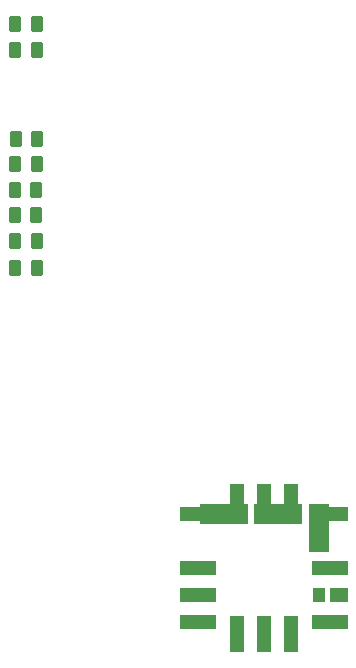
<source format=gbr>
%TF.GenerationSoftware,KiCad,Pcbnew,7.0.9*%
%TF.CreationDate,2025-05-06T13:31:18+09:00*%
%TF.ProjectId,PowerBored,506f7765-7242-46f7-9265-642e6b696361,rev?*%
%TF.SameCoordinates,Original*%
%TF.FileFunction,Paste,Top*%
%TF.FilePolarity,Positive*%
%FSLAX46Y46*%
G04 Gerber Fmt 4.6, Leading zero omitted, Abs format (unit mm)*
G04 Created by KiCad (PCBNEW 7.0.9) date 2025-05-06 13:31:18*
%MOMM*%
%LPD*%
G01*
G04 APERTURE LIST*
G04 Aperture macros list*
%AMRoundRect*
0 Rectangle with rounded corners*
0 $1 Rounding radius*
0 $2 $3 $4 $5 $6 $7 $8 $9 X,Y pos of 4 corners*
0 Add a 4 corners polygon primitive as box body*
4,1,4,$2,$3,$4,$5,$6,$7,$8,$9,$2,$3,0*
0 Add four circle primitives for the rounded corners*
1,1,$1+$1,$2,$3*
1,1,$1+$1,$4,$5*
1,1,$1+$1,$6,$7*
1,1,$1+$1,$8,$9*
0 Add four rect primitives between the rounded corners*
20,1,$1+$1,$2,$3,$4,$5,0*
20,1,$1+$1,$4,$5,$6,$7,0*
20,1,$1+$1,$6,$7,$8,$9,0*
20,1,$1+$1,$8,$9,$2,$3,0*%
%AMOutline4P*
0 Free polygon, 4 corners , with rotation*
0 The origin of the aperture is its center*
0 number of corners: always 4*
0 $1 to $8 corner X, Y*
0 $9 Rotation angle, in degrees counterclockwise*
0 create outline with 4 corners*
4,1,4,$1,$2,$3,$4,$5,$6,$7,$8,$1,$2,$9*%
G04 Aperture macros list end*
%ADD10Outline4P,-1.500000X-0.600000X1.500000X-0.600000X1.500000X0.600000X-1.500000X0.600000X0.000000*%
%ADD11Outline4P,-2.035000X-0.885000X2.035000X-0.885000X2.035000X0.885000X-2.035000X0.885000X0.000000*%
%ADD12Outline4P,-0.600000X-1.500000X0.600000X-1.500000X0.600000X1.500000X-0.600000X1.500000X0.000000*%
%ADD13Outline4P,-0.885000X-2.035000X0.885000X-2.035000X0.885000X2.035000X-0.885000X2.035000X0.000000*%
%ADD14Outline4P,-0.750000X-0.600000X0.750000X-0.600000X0.750000X0.600000X-0.750000X0.600000X0.000000*%
%ADD15Outline4P,-0.500000X-0.600000X0.500000X-0.600000X0.500000X0.600000X-0.500000X0.600000X0.000000*%
%ADD16RoundRect,0.250000X-0.262500X-0.450000X0.262500X-0.450000X0.262500X0.450000X-0.262500X0.450000X0*%
%ADD17RoundRect,0.250000X0.262500X0.450000X-0.262500X0.450000X-0.262500X-0.450000X0.262500X-0.450000X0*%
G04 APERTURE END LIST*
D10*
%TO.C,U1*%
X213960000Y-108940000D03*
X213960000Y-104360000D03*
D11*
X216125000Y-104360000D03*
D12*
X217270000Y-103340000D03*
X219560000Y-103340000D03*
D11*
X220705000Y-104360000D03*
D12*
X221850000Y-103340000D03*
D13*
X224160000Y-105505000D03*
D10*
X225160000Y-104360000D03*
X225160000Y-108940000D03*
X225160000Y-113520000D03*
D12*
X219560000Y-114540000D03*
X217270000Y-114540000D03*
D10*
X213960000Y-113520000D03*
X213960000Y-111230000D03*
D14*
X225910000Y-111230000D03*
D12*
X221850000Y-114540000D03*
D15*
X224160000Y-111230000D03*
%TD*%
D16*
%TO.C,R9*%
X198466000Y-81240000D03*
X200291000Y-81240000D03*
%TD*%
D17*
%TO.C,R10*%
X200238500Y-79010000D03*
X198413500Y-79010000D03*
%TD*%
D16*
%TO.C,R6*%
X198493500Y-83480000D03*
X200318500Y-83480000D03*
%TD*%
D17*
%TO.C,R3*%
X200303500Y-62830000D03*
X198478500Y-62830000D03*
%TD*%
D16*
%TO.C,R4*%
X198518500Y-72630000D03*
X200343500Y-72630000D03*
%TD*%
%TO.C,R7*%
X198428500Y-76890000D03*
X200253500Y-76890000D03*
%TD*%
%TO.C,R8*%
X198468500Y-74720000D03*
X200293500Y-74720000D03*
%TD*%
%TO.C,R5*%
X198488500Y-65030000D03*
X200313500Y-65030000D03*
%TD*%
M02*

</source>
